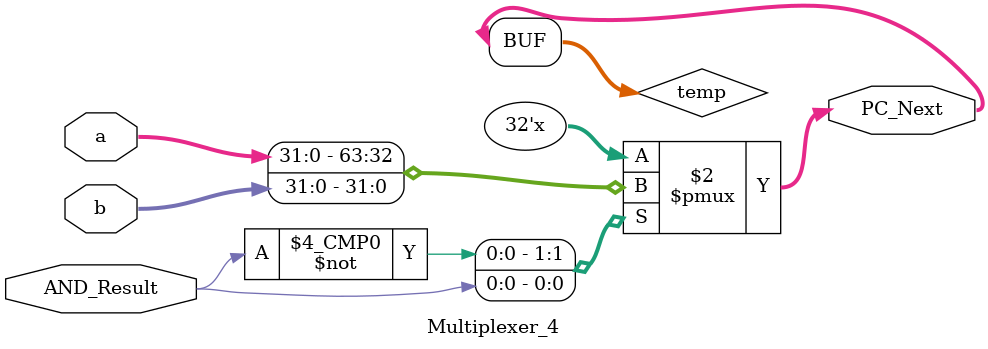
<source format=v>
`timescale 1ns / 1ps
module Multiplexer_4( input [31:0] a,
							 input [31:0] b,
							 input AND_Result,
							 output [31:0] PC_Next
							 );
reg [31:0] temp; 

	always @(*) begin 
		case (AND_Result)
			0: temp <= a;
			1: temp <= b;
		endcase 
	end
	
	assign PC_Next = temp;


endmodule

</source>
